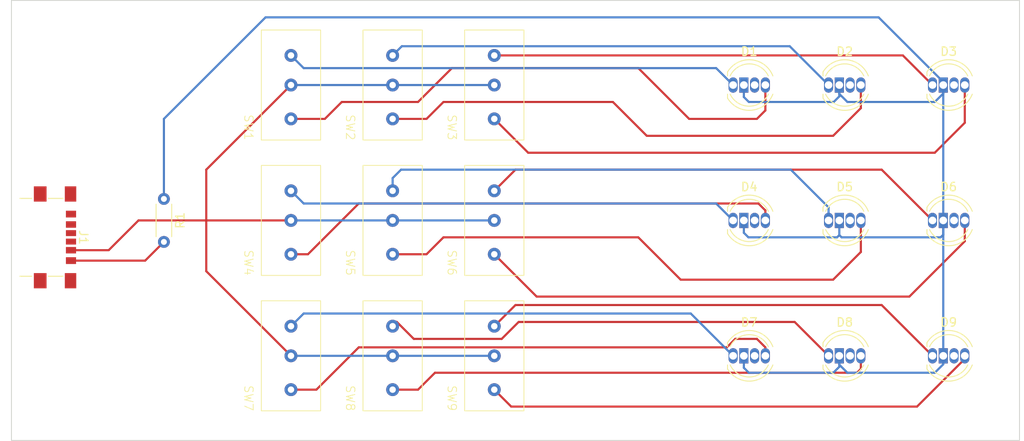
<source format=kicad_pcb>
(kicad_pcb (version 20221018) (generator pcbnew)
  (layers (0 "F.Cu" signal) (31 "B.Cu" signal) (34 "B.Paste" user) (35 "F.Paste" user) (36 "B.SilkS" user "B.Silkscreen") (37 "F.SilkS" user "F.Silkscreen") (38 "B.Mask" user) (39 "F.Mask" user) (44 "Edge.Cuts" user))
  (net 0 "")
  (net 1 "GNDREF")
  (net 3 "USB")
  (net 6 "Net-(D1-R)")
  (net 8 "Net-(D1-B)")
  (net 9 "Net-(D1-Pad4)")
  (net 10 "Net-(D2-R)")
  (net 12 "Net-(D2-B)")
  (net 13 "Net-(D3-R)")
  (net 15 "Net-(D3-B)")
  (net 16 "Net-(D4-R)")
  (net 18 "Net-(D4-B)")
  (net 19 "Net-(D5-R)")
  (net 21 "Net-(D5-B)")
  (net 22 "Net-(D6-R)")
  (net 24 "Net-(D6-B)")
  (net 25 "Net-(D7-R)")
  (net 27 "Net-(D7-B)")
  (net 28 "Net-(D8-R)")
  (net 30 "Net-(D8-B)")
  (net 31 "Net-(D9-R)")
  (net 33 "Net-(D9-B)")
  (footprint "Resistor_THT:R_Axial_DIN0204_L3.6mm_D1.6mm_P5.08mm_Horizontal" (layer "F.Cu") (at 71 79.46 -90)
    (fp_text reference "R1" (at 2.54 -1.92 90) (layer "F.SilkS"))
    (fp_text value "R")
    (fp_line (start 0.62 -0.92) (end 4.46 -0.92) (stroke (width 0.12)) (layer "F.SilkS"))
    (fp_line (start 0.62 0.92) (end 4.46 0.92) (stroke (width 0.12)) (layer "F.SilkS"))
    (pad "1" thru_hole circle (at 0 0 270) (size 1.4 1.4) (drill 0.7) (layers "*.Cu" "*.Mask") (net 9 "Net-(D1-Pad4)"))
    (pad "2" thru_hole oval (at 5.08 0 270) (size 1.4 1.4) (drill 0.7) (layers "*.Cu" "*.Mask") (net 1 "GNDREF"))
  )
  (footprint "0_custom:LED_4RGB_Kathode" (layer "F.Cu") (at 140.095 82)
    (fp_text reference "D4" (at 0 -3.96) (layer "F.SilkS"))
    (fp_text value "LED_4RGB_Kathode")
    (fp_line (start -2.56 -1.545) (end -2.56 -1.08) (stroke (width 0.12)) (layer "F.SilkS"))
    (fp_line (start -2.56 1.08) (end -2.56 1.545) (stroke (width 0.12)) (layer "F.SilkS"))
    (fp_arc (start -2.56 -1.54483) (mid 0.258456 -2.978809) (end 2.787815 -1.080827) (stroke (width 0.12)) (layer "F.SilkS"))
    (fp_arc (start -2.254684 -1.08) (mid -0.000238 -2.5) (end 2.254479 -1.080429) (stroke (width 0.12)) (layer "F.SilkS"))
    (fp_arc (start 2.254479 1.080429) (mid -0.000238 2.5) (end -2.254684 1.08) (stroke (width 0.12)) (layer "F.SilkS"))
    (fp_arc (start 2.787815 1.080827) (mid 0.258456 2.978808) (end -2.56 1.54483) (stroke (width 0.12)) (layer "F.SilkS"))
    (pad "1" thru_hole oval (at -1.905 0) (size 1.07 1.8) (drill 0.9) (layers "*.Cu" "*.Mask") (net 16 "Net-(D4-R)"))
    (pad "2" thru_hole oval (at 0.635 0) (size 1.07 1.8) (drill 0.9) (layers "*.Cu" "*.Mask"))
    (pad "3" thru_hole oval (at 1.905 0) (size 1.07 1.8) (drill 0.9) (layers "*.Cu" "*.Mask") (net 18 "Net-(D4-B)"))
    (pad "4" thru_hole rect (at -0.635 0) (size 1.07 1.8) (drill 0.9) (layers "*.Cu" "*.Mask") (net 9 "Net-(D1-Pad4)"))
  )
  (footprint "0_custom:Kippschalter_3P_3Pins" (layer "F.Cu") (at 86 98 -90)
    (fp_text reference "SW7" (at 5 5 -90 unlocked) (layer "F.SilkS") (effects (font (thickness 0.1))))
    (fp_text value "SW_SPDT" hide)
    (fp_rect (start -6.5 -3.5) (end 6.5 3.5) (stroke (width 0.1)) (fill none) (layer "F.SilkS"))
    (pad "1" thru_hole circle (at -3.5 0 270) (size 1.524 1.524) (drill 0.762) (layers "*.Cu" "*.Mask") (net 25 "Net-(D7-R)"))
    (pad "2" thru_hole circle (at 0 0 270) (size 1.524 1.524) (drill 0.762) (layers "*.Cu" "*.Mask") (net 3 "USB"))
    (pad "3" thru_hole circle (at 4 0 270) (size 1.524 1.524) (drill 0.762) (layers "*.Cu" "*.Mask") (net 27 "Net-(D7-B)"))
  )
  (footprint "0_custom:LED_4RGB_Kathode" (layer "F.Cu") (at 163.635 66)
    (fp_text reference "D3" (at 0 -3.96) (layer "F.SilkS"))
    (fp_text value "LED_4RGB_Kathode")
    (fp_line (start -2.56 -1.545) (end -2.56 -1.08) (stroke (width 0.12)) (layer "F.SilkS"))
    (fp_line (start -2.56 1.08) (end -2.56 1.545) (stroke (width 0.12)) (layer "F.SilkS"))
    (fp_arc (start -2.56 -1.54483) (mid 0.258456 -2.978809) (end 2.787815 -1.080827) (stroke (width 0.12)) (layer "F.SilkS"))
    (fp_arc (start -2.254684 -1.08) (mid -0.000238 -2.5) (end 2.254479 -1.080429) (stroke (width 0.12)) (layer "F.SilkS"))
    (fp_arc (start 2.254479 1.080429) (mid -0.000238 2.5) (end -2.254684 1.08) (stroke (width 0.12)) (layer "F.SilkS"))
    (fp_arc (start 2.787815 1.080827) (mid 0.258456 2.978808) (end -2.56 1.54483) (stroke (width 0.12)) (layer "F.SilkS"))
    (pad "1" thru_hole oval (at -1.905 0) (size 1.07 1.8) (drill 0.9) (layers "*.Cu" "*.Mask") (net 13 "Net-(D3-R)"))
    (pad "2" thru_hole oval (at 0.635 0) (size 1.07 1.8) (drill 0.9) (layers "*.Cu" "*.Mask"))
    (pad "3" thru_hole oval (at 1.905 0) (size 1.07 1.8) (drill 0.9) (layers "*.Cu" "*.Mask") (net 15 "Net-(D3-B)"))
    (pad "4" thru_hole rect (at -0.635 0) (size 1.07 1.8) (drill 0.9) (layers "*.Cu" "*.Mask") (net 9 "Net-(D1-Pad4)"))
  )
  (footprint "0_custom:Kippschalter_3P_3Pins" (layer "F.Cu") (at 98 98 -90)
    (fp_text reference "SW8" (at 5 5 -90 unlocked) (layer "F.SilkS") (effects (font (thickness 0.1))))
    (fp_text value "SW_SPDT" hide)
    (fp_rect (start -6.5 -3.5) (end 6.5 3.5) (stroke (width 0.1)) (fill none) (layer "F.SilkS"))
    (pad "1" thru_hole circle (at -3.5 0 270) (size 1.524 1.524) (drill 0.762) (layers "*.Cu" "*.Mask") (net 28 "Net-(D8-R)"))
    (pad "2" thru_hole circle (at 0 0 270) (size 1.524 1.524) (drill 0.762) (layers "*.Cu" "*.Mask") (net 3 "USB"))
    (pad "3" thru_hole circle (at 4 0 270) (size 1.524 1.524) (drill 0.762) (layers "*.Cu" "*.Mask") (net 30 "Net-(D8-B)"))
  )
  (footprint "0_custom:LED_4RGB_Kathode" (layer "F.Cu") (at 140.095 98)
    (fp_text reference "D7" (at 0 -3.96) (layer "F.SilkS"))
    (fp_text value "LED_4RGB_Kathode")
    (fp_line (start -2.56 -1.545) (end -2.56 -1.08) (stroke (width 0.12)) (layer "F.SilkS"))
    (fp_line (start -2.56 1.08) (end -2.56 1.545) (stroke (width 0.12)) (layer "F.SilkS"))
    (fp_arc (start -2.56 -1.54483) (mid 0.258456 -2.978809) (end 2.787815 -1.080827) (stroke (width 0.12)) (layer "F.SilkS"))
    (fp_arc (start -2.254684 -1.08) (mid -0.000238 -2.5) (end 2.254479 -1.080429) (stroke (width 0.12)) (layer "F.SilkS"))
    (fp_arc (start 2.254479 1.080429) (mid -0.000238 2.5) (end -2.254684 1.08) (stroke (width 0.12)) (layer "F.SilkS"))
    (fp_arc (start 2.787815 1.080827) (mid 0.258456 2.978808) (end -2.56 1.54483) (stroke (width 0.12)) (layer "F.SilkS"))
    (pad "1" thru_hole oval (at -1.905 0) (size 1.07 1.8) (drill 0.9) (layers "*.Cu" "*.Mask") (net 25 "Net-(D7-R)"))
    (pad "2" thru_hole oval (at 0.635 0) (size 1.07 1.8) (drill 0.9) (layers "*.Cu" "*.Mask"))
    (pad "3" thru_hole oval (at 1.905 0) (size 1.07 1.8) (drill 0.9) (layers "*.Cu" "*.Mask") (net 27 "Net-(D7-B)"))
    (pad "4" thru_hole rect (at -0.635 0) (size 1.07 1.8) (drill 0.9) (layers "*.Cu" "*.Mask") (net 9 "Net-(D1-Pad4)"))
  )
  (footprint "0_custom:Kippschalter_3P_3Pins" (layer "F.Cu") (at 110 82 -90)
    (fp_text reference "SW6" (at 5 5 -90 unlocked) (layer "F.SilkS") (effects (font (thickness 0.1))))
    (fp_text value "SW_SPDT" hide)
    (fp_rect (start -6.5 -3.5) (end 6.5 3.5) (stroke (width 0.1)) (fill none) (layer "F.SilkS"))
    (pad "1" thru_hole circle (at -3.5 0 270) (size 1.524 1.524) (drill 0.762) (layers "*.Cu" "*.Mask") (net 22 "Net-(D6-R)"))
    (pad "2" thru_hole circle (at 0 0 270) (size 1.524 1.524) (drill 0.762) (layers "*.Cu" "*.Mask") (net 3 "USB"))
    (pad "3" thru_hole circle (at 4 0 270) (size 1.524 1.524) (drill 0.762) (layers "*.Cu" "*.Mask") (net 24 "Net-(D6-B)"))
  )
  (footprint "0_custom:LED_4RGB_Kathode" (layer "F.Cu") (at 163.635 98)
    (fp_text reference "D9" (at 0 -3.96) (layer "F.SilkS"))
    (fp_text value "LED_4RGB_Kathode")
    (fp_line (start -2.56 -1.545) (end -2.56 -1.08) (stroke (width 0.12)) (layer "F.SilkS"))
    (fp_line (start -2.56 1.08) (end -2.56 1.545) (stroke (width 0.12)) (layer "F.SilkS"))
    (fp_arc (start -2.56 -1.54483) (mid 0.258456 -2.978809) (end 2.787815 -1.080827) (stroke (width 0.12)) (layer "F.SilkS"))
    (fp_arc (start -2.254684 -1.08) (mid -0.000238 -2.5) (end 2.254479 -1.080429) (stroke (width 0.12)) (layer "F.SilkS"))
    (fp_arc (start 2.254479 1.080429) (mid -0.000238 2.5) (end -2.254684 1.08) (stroke (width 0.12)) (layer "F.SilkS"))
    (fp_arc (start 2.787815 1.080827) (mid 0.258456 2.978808) (end -2.56 1.54483) (stroke (width 0.12)) (layer "F.SilkS"))
    (pad "1" thru_hole oval (at -1.905 0) (size 1.07 1.8) (drill 0.9) (layers "*.Cu" "*.Mask") (net 31 "Net-(D9-R)"))
    (pad "2" thru_hole oval (at 0.635 0) (size 1.07 1.8) (drill 0.9) (layers "*.Cu" "*.Mask"))
    (pad "3" thru_hole oval (at 1.905 0) (size 1.07 1.8) (drill 0.9) (layers "*.Cu" "*.Mask") (net 33 "Net-(D9-B)"))
    (pad "4" thru_hole rect (at -0.635 0) (size 1.07 1.8) (drill 0.9) (layers "*.Cu" "*.Mask") (net 9 "Net-(D1-Pad4)"))
  )
  (footprint "0_custom:LED_4RGB_Kathode" (layer "F.Cu") (at 163.635 82)
    (fp_text reference "D6" (at 0 -3.96) (layer "F.SilkS"))
    (fp_text value "LED_4RGB_Kathode")
    (fp_line (start -2.56 -1.545) (end -2.56 -1.08) (stroke (width 0.12)) (layer "F.SilkS"))
    (fp_line (start -2.56 1.08) (end -2.56 1.545) (stroke (width 0.12)) (layer "F.SilkS"))
    (fp_arc (start -2.56 -1.54483) (mid 0.258456 -2.978809) (end 2.787815 -1.080827) (stroke (width 0.12)) (layer "F.SilkS"))
    (fp_arc (start -2.254684 -1.08) (mid -0.000238 -2.5) (end 2.254479 -1.080429) (stroke (width 0.12)) (layer "F.SilkS"))
    (fp_arc (start 2.254479 1.080429) (mid -0.000238 2.5) (end -2.254684 1.08) (stroke (width 0.12)) (layer "F.SilkS"))
    (fp_arc (start 2.787815 1.080827) (mid 0.258456 2.978808) (end -2.56 1.54483) (stroke (width 0.12)) (layer "F.SilkS"))
    (pad "1" thru_hole oval (at -1.905 0) (size 1.07 1.8) (drill 0.9) (layers "*.Cu" "*.Mask") (net 22 "Net-(D6-R)"))
    (pad "2" thru_hole oval (at 0.635 0) (size 1.07 1.8) (drill 0.9) (layers "*.Cu" "*.Mask"))
    (pad "3" thru_hole oval (at 1.905 0) (size 1.07 1.8) (drill 0.9) (layers "*.Cu" "*.Mask") (net 24 "Net-(D6-B)"))
    (pad "4" thru_hole rect (at -0.635 0) (size 1.07 1.8) (drill 0.9) (layers "*.Cu" "*.Mask") (net 9 "Net-(D1-Pad4)"))
  )
  (footprint "0_custom:LED_4RGB_Kathode" (layer "F.Cu") (at 140.095 66)
    (fp_text reference "D1" (at 0 -3.96) (layer "F.SilkS"))
    (fp_text value "LED_4RGB_Kathode")
    (fp_line (start -2.56 -1.545) (end -2.56 -1.08) (stroke (width 0.12)) (layer "F.SilkS"))
    (fp_line (start -2.56 1.08) (end -2.56 1.545) (stroke (width 0.12)) (layer "F.SilkS"))
    (fp_arc (start -2.56 -1.54483) (mid 0.258456 -2.978809) (end 2.787815 -1.080827) (stroke (width 0.12)) (layer "F.SilkS"))
    (fp_arc (start -2.254684 -1.08) (mid -0.000238 -2.5) (end 2.254479 -1.080429) (stroke (width 0.12)) (layer "F.SilkS"))
    (fp_arc (start 2.254479 1.080429) (mid -0.000238 2.5) (end -2.254684 1.08) (stroke (width 0.12)) (layer "F.SilkS"))
    (fp_arc (start 2.787815 1.080827) (mid 0.258456 2.978808) (end -2.56 1.54483) (stroke (width 0.12)) (layer "F.SilkS"))
    (pad "1" thru_hole oval (at -1.905 0) (size 1.07 1.8) (drill 0.9) (layers "*.Cu" "*.Mask") (net 6 "Net-(D1-R)"))
    (pad "2" thru_hole oval (at 0.635 0) (size 1.07 1.8) (drill 0.9) (layers "*.Cu" "*.Mask"))
    (pad "3" thru_hole oval (at 1.905 0) (size 1.07 1.8) (drill 0.9) (layers "*.Cu" "*.Mask") (net 8 "Net-(D1-B)"))
    (pad "4" thru_hole rect (at -0.635 0) (size 1.07 1.8) (drill 0.9) (layers "*.Cu" "*.Mask") (net 9 "Net-(D1-Pad4)"))
  )
  (footprint "0_custom:Kippschalter_3P_3Pins" (layer "F.Cu") (at 110 66 -90)
    (fp_text reference "SW3" (at 5 5 -90 unlocked) (layer "F.SilkS") (effects (font (thickness 0.1))))
    (fp_text value "SW_SPDT" hide)
    (fp_rect (start -6.5 -3.5) (end 6.5 3.5) (stroke (width 0.1)) (fill none) (layer "F.SilkS"))
    (pad "1" thru_hole circle (at -3.5 0 270) (size 1.524 1.524) (drill 0.762) (layers "*.Cu" "*.Mask") (net 13 "Net-(D3-R)"))
    (pad "2" thru_hole circle (at 0 0 270) (size 1.524 1.524) (drill 0.762) (layers "*.Cu" "*.Mask") (net 3 "USB"))
    (pad "3" thru_hole circle (at 4 0 270) (size 1.524 1.524) (drill 0.762) (layers "*.Cu" "*.Mask") (net 15 "Net-(D3-B)"))
  )
  (footprint "0_custom:LED_4RGB_Kathode" (layer "F.Cu") (at 151.365 98)
    (fp_text reference "D8" (at 0 -3.96) (layer "F.SilkS"))
    (fp_text value "LED_4RGB_Kathode")
    (fp_line (start -2.56 -1.545) (end -2.56 -1.08) (stroke (width 0.12)) (layer "F.SilkS"))
    (fp_line (start -2.56 1.08) (end -2.56 1.545) (stroke (width 0.12)) (layer "F.SilkS"))
    (fp_arc (start -2.56 -1.54483) (mid 0.258456 -2.978809) (end 2.787815 -1.080827) (stroke (width 0.12)) (layer "F.SilkS"))
    (fp_arc (start -2.254684 -1.08) (mid -0.000238 -2.5) (end 2.254479 -1.080429) (stroke (width 0.12)) (layer "F.SilkS"))
    (fp_arc (start 2.254479 1.080429) (mid -0.000238 2.5) (end -2.254684 1.08) (stroke (width 0.12)) (layer "F.SilkS"))
    (fp_arc (start 2.787815 1.080827) (mid 0.258456 2.978808) (end -2.56 1.54483) (stroke (width 0.12)) (layer "F.SilkS"))
    (pad "1" thru_hole oval (at -1.905 0) (size 1.07 1.8) (drill 0.9) (layers "*.Cu" "*.Mask") (net 28 "Net-(D8-R)"))
    (pad "2" thru_hole oval (at 0.635 0) (size 1.07 1.8) (drill 0.9) (layers "*.Cu" "*.Mask"))
    (pad "3" thru_hole oval (at 1.905 0) (size 1.07 1.8) (drill 0.9) (layers "*.Cu" "*.Mask") (net 30 "Net-(D8-B)"))
    (pad "4" thru_hole rect (at -0.635 0) (size 1.07 1.8) (drill 0.9) (layers "*.Cu" "*.Mask") (net 9 "Net-(D1-Pad4)"))
  )
  (footprint "0_custom:Kippschalter_3P_3Pins" (layer "F.Cu") (at 98 82 -90)
    (fp_text reference "SW5" (at 5 5 -90 unlocked) (layer "F.SilkS") (effects (font (thickness 0.1))))
    (fp_text value "SW_SPDT" hide)
    (fp_rect (start -6.5 -3.5) (end 6.5 3.5) (stroke (width 0.1)) (fill none) (layer "F.SilkS"))
    (pad "1" thru_hole circle (at -3.5 0 270) (size 1.524 1.524) (drill 0.762) (layers "*.Cu" "*.Mask") (net 19 "Net-(D5-R)"))
    (pad "2" thru_hole circle (at 0 0 270) (size 1.524 1.524) (drill 0.762) (layers "*.Cu" "*.Mask") (net 3 "USB"))
    (pad "3" thru_hole circle (at 4 0 270) (size 1.524 1.524) (drill 0.762) (layers "*.Cu" "*.Mask") (net 21 "Net-(D5-B)"))
  )
  (footprint "0_custom:Kippschalter_3P_3Pins" (layer "F.Cu") (at 86 82 -90)
    (fp_text reference "SW4" (at 5 5 -90 unlocked) (layer "F.SilkS") (effects (font (thickness 0.1))))
    (fp_text value "SW_SPDT" hide)
    (fp_rect (start -6.5 -3.5) (end 6.5 3.5) (stroke (width 0.1)) (fill none) (layer "F.SilkS"))
    (pad "1" thru_hole circle (at -3.5 0 270) (size 1.524 1.524) (drill 0.762) (layers "*.Cu" "*.Mask") (net 16 "Net-(D4-R)"))
    (pad "2" thru_hole circle (at 0 0 270) (size 1.524 1.524) (drill 0.762) (layers "*.Cu" "*.Mask") (net 3 "USB"))
    (pad "3" thru_hole circle (at 4 0 270) (size 1.524 1.524) (drill 0.762) (layers "*.Cu" "*.Mask") (net 18 "Net-(D4-B)"))
  )
  (footprint "0_custom:USB_C_6P_PowerOnly" (layer "F.Cu") (at 57 84 -90)
    (fp_text reference "J1" (at 0 -4.5 -90 unlocked) (layer "F.SilkS"))
    (fp_text value "USB_C_Receptacle_PowerOnly_6P")
    (fp_line (start -4.6 -2.1025) (end -4.6 -0.3475) (stroke (width 0.12)) (layer "F.SilkS"))
    (fp_line (start -4.6 1.6) (end -4.6 3) (stroke (width 0.12)) (layer "F.SilkS"))
    (fp_line (start 4.6 -2.1025) (end 4.6 -0.3475) (stroke (width 0.12)) (layer "F.SilkS"))
    (fp_line (start 4.6 1.6) (end 4.6 3) (stroke (width 0.12)) (layer "F.SilkS"))
    (pad "A5" smd rect (at -0.5 -3.0325 270) (size 0.7 1.2) (layers "F.Cu" "F.Paste" "F.Mask"))
    (pad "A9" smd rect (at 1.52 -3.0325 90) (size 0.76 1.2) (layers "F.Cu" "F.Paste" "F.Mask") (net 3 "USB"))
    (pad "A12" smd rect (at 2.75 -3.0325 90) (size 0.8 1.2) (layers "F.Cu" "F.Paste" "F.Mask") (net 1 "GNDREF"))
    (pad "B5" smd rect (at 0.5 -3.0325 90) (size 0.7 1.2) (layers "F.Cu" "F.Paste" "F.Mask"))
    (pad "B9" smd rect (at -1.52 -3.0325 270) (size 0.76 1.2) (layers "F.Cu" "F.Paste" "F.Mask") (net 3 "USB"))
    (pad "B12" smd rect (at -2.75 -3.0325 270) (size 0.8 1.2) (layers "F.Cu" "F.Paste" "F.Mask") (net 1 "GNDREF"))
    (pad "S1" smd rect (at -5.125 -2.9775 270) (size 1.8 1.35) (layers "F.Cu" "F.Paste" "F.Mask"))
    (pad "S1" smd rect (at -5.125 0.6025 270) (size 1.8 1.5) (layers "F.Cu" "F.Paste" "F.Mask"))
    (pad "S1" smd rect (at 5.125 -2.9775 270) (size 1.8 1.35) (layers "F.Cu" "F.Paste" "F.Mask"))
    (pad "S1" smd rect (at 5.125 0.6025 270) (size 1.8 1.5) (layers "F.Cu" "F.Paste" "F.Mask"))
  )
  (footprint "0_custom:Kippschalter_3P_3Pins" (layer "F.Cu") (at 86 66 -90)
    (fp_text reference "SW1" (at 5 5 -90 unlocked) (layer "F.SilkS") (effects (font (thickness 0.1))))
    (fp_text value "SW_SPDT" hide)
    (fp_rect (start -6.5 -3.5) (end 6.5 3.5) (stroke (width 0.1)) (fill none) (layer "F.SilkS"))
    (pad "1" thru_hole circle (at -3.5 0 270) (size 1.524 1.524) (drill 0.762) (layers "*.Cu" "*.Mask") (net 6 "Net-(D1-R)"))
    (pad "2" thru_hole circle (at 0 0 270) (size 1.524 1.524) (drill 0.762) (layers "*.Cu" "*.Mask") (net 3 "USB"))
    (pad "3" thru_hole circle (at 4 0 270) (size 1.524 1.524) (drill 0.762) (layers "*.Cu" "*.Mask") (net 8 "Net-(D1-B)"))
  )
  (footprint "0_custom:LED_4RGB_Kathode" (layer "F.Cu") (at 151.365 66)
    (fp_text reference "D2" (at 0 -3.96) (layer "F.SilkS"))
    (fp_text value "LED_4RGB_Kathode")
    (fp_line (start -2.56 -1.545) (end -2.56 -1.08) (stroke (width 0.12)) (layer "F.SilkS"))
    (fp_line (start -2.56 1.08) (end -2.56 1.545) (stroke (width 0.12)) (layer "F.SilkS"))
    (fp_arc (start -2.56 -1.54483) (mid 0.258456 -2.978809) (end 2.787815 -1.080827) (stroke (width 0.12)) (layer "F.SilkS"))
    (fp_arc (start -2.254684 -1.08) (mid -0.000238 -2.5) (end 2.254479 -1.080429) (stroke (width 0.12)) (layer "F.SilkS"))
    (fp_arc (start 2.254479 1.080429) (mid -0.000238 2.5) (end -2.254684 1.08) (stroke (width 0.12)) (layer "F.SilkS"))
    (fp_arc (start 2.787815 1.080827) (mid 0.258456 2.978808) (end -2.56 1.54483) (stroke (width 0.12)) (layer "F.SilkS"))
    (pad "1" thru_hole oval (at -1.905 0) (size 1.07 1.8) (drill 0.9) (layers "*.Cu" "*.Mask") (net 10 "Net-(D2-R)"))
    (pad "2" thru_hole oval (at 0.635 0) (size 1.07 1.8) (drill 0.9) (layers "*.Cu" "*.Mask"))
    (pad "3" thru_hole oval (at 1.905 0) (size 1.07 1.8) (drill 0.9) (layers "*.Cu" "*.Mask") (net 12 "Net-(D2-B)"))
    (pad "4" thru_hole rect (at -0.635 0) (size 1.07 1.8) (drill 0.9) (layers "*.Cu" "*.Mask") (net 9 "Net-(D1-Pad4)"))
  )
  (footprint "0_custom:Kippschalter_3P_3Pins" (layer "F.Cu") (at 110 98 -90)
    (fp_text reference "SW9" (at 5 5 -90 unlocked) (layer "F.SilkS") (effects (font (thickness 0.1))))
    (fp_text value "SW_SPDT" hide)
    (fp_rect (start -6.5 -3.5) (end 6.5 3.5) (stroke (width 0.1)) (fill none) (layer "F.SilkS"))
    (pad "1" thru_hole circle (at -3.5 0 270) (size 1.524 1.524) (drill 0.762) (layers "*.Cu" "*.Mask") (net 31 "Net-(D9-R)"))
    (pad "2" thru_hole circle (at 0 0 270) (size 1.524 1.524) (drill 0.762) (layers "*.Cu" "*.Mask") (net 3 "USB"))
    (pad "3" thru_hole circle (at 4 0 270) (size 1.524 1.524) (drill 0.762) (layers "*.Cu" "*.Mask") (net 33 "Net-(D9-B)"))
  )
  (footprint "0_custom:LED_4RGB_Kathode" (layer "F.Cu") (at 151.365 82)
    (fp_text reference "D5" (at 0 -3.96) (layer "F.SilkS"))
    (fp_text value "LED_4RGB_Kathode")
    (fp_line (start -2.56 -1.545) (end -2.56 -1.08) (stroke (width 0.12)) (layer "F.SilkS"))
    (fp_line (start -2.56 1.08) (end -2.56 1.545) (stroke (width 0.12)) (layer "F.SilkS"))
    (fp_arc (start -2.56 -1.54483) (mid 0.258456 -2.978809) (end 2.787815 -1.080827) (stroke (width 0.12)) (layer "F.SilkS"))
    (fp_arc (start -2.254684 -1.08) (mid -0.000238 -2.5) (end 2.254479 -1.080429) (stroke (width 0.12)) (layer "F.SilkS"))
    (fp_arc (start 2.254479 1.080429) (mid -0.000238 2.5) (end -2.254684 1.08) (stroke (width 0.12)) (layer "F.SilkS"))
    (fp_arc (start 2.787815 1.080827) (mid 0.258456 2.978808) (end -2.56 1.54483) (stroke (width 0.12)) (layer "F.SilkS"))
    (pad "1" thru_hole oval (at -1.905 0) (size 1.07 1.8) (drill 0.9) (layers "*.Cu" "*.Mask") (net 19 "Net-(D5-R)"))
    (pad "2" thru_hole oval (at 0.635 0) (size 1.07 1.8) (drill 0.9) (layers "*.Cu" "*.Mask"))
    (pad "3" thru_hole oval (at 1.905 0) (size 1.07 1.8) (drill 0.9) (layers "*.Cu" "*.Mask") (net 21 "Net-(D5-B)"))
    (pad "4" thru_hole rect (at -0.635 0) (size 1.07 1.8) (drill 0.9) (layers "*.Cu" "*.Mask") (net 9 "Net-(D1-Pad4)"))
  )
  (footprint "0_custom:Kippschalter_3P_3Pins" (layer "F.Cu") (at 98 66 -90)
    (fp_text reference "SW2" (at 5 5 -90 unlocked) (layer "F.SilkS") (effects (font (thickness 0.1))))
    (fp_text value "SW_SPDT" hide)
    (fp_rect (start -6.5 -3.5) (end 6.5 3.5) (stroke (width 0.1)) (fill none) (layer "F.SilkS"))
    (pad "1" thru_hole circle (at -3.5 0 270) (size 1.524 1.524) (drill 0.762) (layers "*.Cu" "*.Mask") (net 10 "Net-(D2-R)"))
    (pad "2" thru_hole circle (at 0 0 270) (size 1.524 1.524) (drill 0.762) (layers "*.Cu" "*.Mask") (net 3 "USB"))
    (pad "3" thru_hole circle (at 4 0 270) (size 1.524 1.524) (drill 0.762) (layers "*.Cu" "*.Mask") (net 12 "Net-(D2-B)"))
  )
  (gr_rect (start 53 56) (end 172 108) (stroke (width 0.1)) (fill none) (layer "Edge.Cuts"))
  (segment (start 71 84.54) (end 68.79 86.75) (width 0.25) (layer "F.Cu") (net 1))
  (segment (start 68.79 86.75) (end 60.0325 86.75) (width 0.25) (layer "F.Cu") (net 1))
  (segment (start 76 88) (end 76 82) (width 0.25) (layer "F.Cu") (net 3))
  (segment (start 64.48 85.52) (end 60.0325 85.52) (width 0.25) (layer "F.Cu") (net 3))
  (segment (start 86 98) (end 76 88) (width 0.25) (layer "F.Cu") (net 3))
  (segment (start 76 82) (end 68 82) (width 0.25) (layer "F.Cu") (net 3))
  (segment (start 86 66) (end 76 76) (width 0.25) (layer "F.Cu") (net 3))
  (segment (start 76 76) (end 76 82) (width 0.25) (layer "F.Cu") (net 3))
  (segment (start 86 82) (end 76 82) (width 0.25) (layer "F.Cu") (net 3))
  (segment (start 68 82) (end 64.48 85.52) (width 0.25) (layer "F.Cu") (net 3))
  (segment (start 86 82) (end 98 82) (width 0.25) (layer "B.Cu") (net 3))
  (segment (start 110 98) (end 98 98) (width 0.25) (layer "B.Cu") (net 3))
  (segment (start 86 66) (end 98 66) (width 0.25) (layer "B.Cu") (net 3))
  (segment (start 110 82) (end 98 82) (width 0.25) (layer "B.Cu") (net 3))
  (segment (start 110 66) (end 98 66) (width 0.25) (layer "B.Cu") (net 3))
  (segment (start 86 98) (end 98 98) (width 0.25) (layer "B.Cu") (net 3))
  (segment (start 87.5 64) (end 136.19 64) (width 0.25) (layer "B.Cu") (net 6))
  (segment (start 86 62.5) (end 87.5 64) (width 0.25) (layer "B.Cu") (net 6))
  (segment (start 136.19 64) (end 138.19 66) (width 0.25) (layer "B.Cu") (net 6))
  (segment (start 133 70) (end 141 70) (width 0.25) (layer "F.Cu") (net 8))
  (segment (start 141 70) (end 142 69) (width 0.25) (layer "F.Cu") (net 8))
  (segment (start 101 68) (end 105 64) (width 0.25) (layer "F.Cu") (net 8))
  (segment (start 92 68) (end 101 68) (width 0.25) (layer "F.Cu") (net 8))
  (segment (start 127 64) (end 133 70) (width 0.25) (layer "F.Cu") (net 8))
  (segment (start 90 70) (end 92 68) (width 0.25) (layer "F.Cu") (net 8))
  (segment (start 105 64) (end 127 64) (width 0.25) (layer "F.Cu") (net 8))
  (segment (start 86 70) (end 90 70) (width 0.25) (layer "F.Cu") (net 8))
  (segment (start 142 69) (end 142 66) (width 0.25) (layer "F.Cu") (net 8))
  (segment (start 139.46 83.46) (end 140 84) (width 0.25) (layer "B.Cu") (net 9))
  (segment (start 139.46 99.4125) (end 140.0475 100) (width 0.25) (layer "B.Cu") (net 9))
  (segment (start 139.46 66) (end 139.46 67.4125) (width 0.25) (layer "B.Cu") (net 9))
  (segment (start 150.73 66) (end 150.73 67.0475) (width 0.25) (layer "B.Cu") (net 9))
  (segment (start 163 99) (end 163 98) (width 0.25) (layer "B.Cu") (net 9))
  (segment (start 150.73 99.0475) (end 151.6825 100) (width 0.25) (layer "B.Cu") (net 9))
  (segment (start 150.73 98) (end 150.73 99.0475) (width 0.25) (layer "B.Cu") (net 9))
  (segment (start 155.365 58) (end 83 58) (width 0.25) (layer "B.Cu") (net 9))
  (segment (start 150.73 67.34) (end 150.73 66) (width 0.25) (layer "B.Cu") (net 9))
  (segment (start 140.0475 68) (end 150.07 68) (width 0.25) (layer "B.Cu") (net 9))
  (segment (start 139.46 98) (end 139.46 99.4125) (width 0.25) (layer "B.Cu") (net 9))
  (segment (start 163 67) (end 163 66) (width 0.25) (layer "B.Cu") (net 9))
  (segment (start 150.020612 100) (end 150.73 99.290612) (width 0.25) (layer "B.Cu") (net 9))
  (segment (start 83 58) (end 71 70) (width 0.25) (layer "B.Cu") (net 9))
  (segment (start 163 65.635) (end 155.365 58) (width 0.25) (layer "B.Cu") (net 9))
  (segment (start 162.6825 84) (end 163 83.6825) (width 0.25) (layer "B.Cu") (net 9))
  (segment (start 150.73 99.290612) (end 150.73 98) (width 0.25) (layer "B.Cu") (net 9))
  (segment (start 150.73 82) (end 150.73 83.73) (width 0.25) (layer "B.Cu") (net 9))
  (segment (start 140 84) (end 150.46 84) (width 0.25) (layer "B.Cu") (net 9))
  (segment (start 163 83.6825) (end 163 82) (width 0.25) (layer "B.Cu") (net 9))
  (segment (start 162 100) (end 163 99) (width 0.25) (layer "B.Cu") (net 9))
  (segment (start 140.0475 100) (end 150.020612 100) (width 0.25) (layer "B.Cu") (net 9))
  (segment (start 150.73 67.0475) (end 151.6825 68) (width 0.25) (layer "B.Cu") (net 9))
  (segment (start 151.6825 100) (end 162 100) (width 0.25) (layer "B.Cu") (net 9))
  (segment (start 139.46 67.4125) (end 140.0475 68) (width 0.25) (layer "B.Cu") (net 9))
  (segment (start 163 66) (end 163 65.635) (width 0.25) (layer "B.Cu") (net 9))
  (segment (start 150.07 68) (end 150.73 67.34) (width 0.25) (layer "B.Cu") (net 9))
  (segment (start 71 70) (end 71 79.46) (width 0.25) (layer "B.Cu") (net 9))
  (segment (start 150.73 83.73) (end 151 84) (width 0.25) (layer "B.Cu") (net 9))
  (segment (start 150.46 84) (end 150.73 83.73) (width 0.25) (layer "B.Cu") (net 9))
  (segment (start 163 66) (end 163 82) (width 0.25) (layer "B.Cu") (net 9))
  (segment (start 162 68) (end 163 67) (width 0.25) (layer "B.Cu") (net 9))
  (segment (start 151.6825 68) (end 162 68) (width 0.25) (layer "B.Cu") (net 9))
  (segment (start 151 84) (end 162.6825 84) (width 0.25) (layer "B.Cu") (net 9))
  (segment (start 139.46 82) (end 139.46 83.46) (width 0.25) (layer "B.Cu") (net 9))
  (segment (start 163 98) (end 163 82) (width 0.25) (layer "B.Cu") (net 9))
  (segment (start 144.873 61.413) (end 149.46 66) (width 0.25) (layer "B.Cu") (net 10))
  (segment (start 99.087 61.413) (end 144.873 61.413) (width 0.25) (layer "B.Cu") (net 10))
  (segment (start 98 62.5) (end 99.087 61.413) (width 0.25) (layer "B.Cu") (net 10))
  (segment (start 98 70) (end 102 70) (width 0.25) (layer "F.Cu") (net 12))
  (segment (start 104 68) (end 124 68) (width 0.25) (layer "F.Cu") (net 12))
  (segment (start 102 70) (end 104 68) (width 0.25) (layer "F.Cu") (net 12))
  (segment (start 124 68) (end 128 72) (width 0.25) (layer "F.Cu") (net 12))
  (segment (start 128 72) (end 150 72) (width 0.25) (layer "F.Cu") (net 12))
  (segment (start 153.27 68.73) (end 153.27 66) (width 0.25) (layer "F.Cu") (net 12))
  (segment (start 150 72) (end 153.27 68.73) (width 0.25) (layer "F.Cu") (net 12))
  (segment (start 158.23 62.5) (end 161.73 66) (width 0.25) (layer "F.Cu") (net 13))
  (segment (start 110 62.5) (end 158.23 62.5) (width 0.25) (layer "F.Cu") (net 13))
  (segment (start 114 74) (end 162 74) (width 0.25) (layer "F.Cu") (net 15))
  (segment (start 165.54 70.46) (end 165.54 66) (width 0.25) (layer "F.Cu") (net 15))
  (segment (start 162 74) (end 165.54 70.46) (width 0.25) (layer "F.Cu") (net 15))
  (segment (start 110 70) (end 114 74) (width 0.25) (layer "F.Cu") (net 15))
  (segment (start 87.5 80) (end 136.19 80) (width 0.25) (layer "B.Cu") (net 16))
  (segment (start 136.19 80) (end 138.19 82) (width 0.25) (layer "B.Cu") (net 16))
  (segment (start 86 78.5) (end 87.5 80) (width 0.25) (layer "B.Cu") (net 16))
  (segment (start 94 80) (end 141.1825 80) (width 0.25) (layer "F.Cu") (net 18))
  (segment (start 88 86) (end 94 80) (width 0.25) (layer "F.Cu") (net 18))
  (segment (start 142 80.8175) (end 142 82) (width 0.25) (layer "F.Cu") (net 18))
  (segment (start 141.1825 80) (end 142 80.8175) (width 0.25) (layer "F.Cu") (net 18))
  (segment (start 86 86) (end 88 86) (width 0.25) (layer "F.Cu") (net 18))
  (segment (start 99 76) (end 145 76) (width 0.25) (layer "B.Cu") (net 19))
  (segment (start 98 78.5) (end 98 77) (width 0.25) (layer "B.Cu") (net 19))
  (segment (start 98 77) (end 99 76) (width 0.25) (layer "B.Cu") (net 19))
  (segment (start 145 76) (end 149.46 80.46) (width 0.25) (layer "B.Cu") (net 19))
  (segment (start 149.46 80.46) (end 149.46 82) (width 0.25) (layer "B.Cu") (net 19))
  (segment (start 153.27 85.73) (end 153.27 82) (width 0.25) (layer "F.Cu") (net 21))
  (segment (start 132 89) (end 150 89) (width 0.25) (layer "F.Cu") (net 21))
  (segment (start 127 84) (end 132 89) (width 0.25) (layer "F.Cu") (net 21))
  (segment (start 102 86) (end 104 84) (width 0.25) (layer "F.Cu") (net 21))
  (segment (start 98 86) (end 102 86) (width 0.25) (layer "F.Cu") (net 21))
  (segment (start 104 84) (end 127 84) (width 0.25) (layer "F.Cu") (net 21))
  (segment (start 150 89) (end 153.27 85.73) (width 0.25) (layer "F.Cu") (net 21))
  (segment (start 110 78.5) (end 112.5 76) (width 0.25) (layer "F.Cu") (net 22))
  (segment (start 112.5 76) (end 155.73 76) (width 0.25) (layer "F.Cu") (net 22))
  (segment (start 155.73 76) (end 161.73 82) (width 0.25) (layer "F.Cu") (net 22))
  (segment (start 110 86) (end 115 91) (width 0.25) (layer "F.Cu") (net 24))
  (segment (start 115 91) (end 159 91) (width 0.25) (layer "F.Cu") (net 24))
  (segment (start 159 91) (end 165.54 84.46) (width 0.25) (layer "F.Cu") (net 24))
  (segment (start 165.54 84.46) (end 165.54 82) (width 0.25) (layer "F.Cu") (net 24))
  (segment (start 133.19 93) (end 138.19 98) (width 0.25) (layer "B.Cu") (net 25))
  (segment (start 87.5 93) (end 133.19 93) (width 0.25) (layer "B.Cu") (net 25))
  (segment (start 86 94.5) (end 87.5 93) (width 0.25) (layer "B.Cu") (net 25))
  (segment (start 86 102) (end 89 102) (width 0.25) (layer "F.Cu") (net 27))
  (segment (start 138.44581 96) (end 141 96) (width 0.25) (layer "F.Cu") (net 27))
  (segment (start 137.44581 97) (end 138.44581 96) (width 0.25) (layer "F.Cu") (net 27))
  (segment (start 94 97) (end 137.44581 97) (width 0.25) (layer "F.Cu") (net 27))
  (segment (start 141 96) (end 142 97) (width 0.25) (layer "F.Cu") (net 27))
  (segment (start 142 97) (end 142 98) (width 0.25) (layer "F.Cu") (net 27))
  (segment (start 89 102) (end 94 97) (width 0.25) (layer "F.Cu") (net 27))
  (segment (start 145.46 94) (end 149.46 98) (width 0.25) (layer "F.Cu") (net 28))
  (segment (start 98 94.5) (end 98.5 94) (width 0.25) (layer "F.Cu") (net 28))
  (segment (start 112.877204 94) (end 145.46 94) (width 0.25) (layer "F.Cu") (net 28))
  (segment (start 110.877204 96) (end 112.877204 94) (width 0.25) (layer "F.Cu") (net 28))
  (segment (start 98.5 94) (end 100.5 96) (width 0.25) (layer "F.Cu") (net 28))
  (segment (start 100.5 96) (end 110.877204 96) (width 0.25) (layer "F.Cu") (net 28))
  (segment (start 153.27 99.5475) (end 153.27 98) (width 0.25) (layer "F.Cu") (net 30))
  (segment (start 152.8175 100) (end 153.27 99.5475) (width 0.25) (layer "F.Cu") (net 30))
  (segment (start 98 102) (end 101 102) (width 0.25) (layer "F.Cu") (net 30))
  (segment (start 101 102) (end 103 100) (width 0.25) (layer "F.Cu") (net 30))
  (segment (start 103 100) (end 152.8175 100) (width 0.25) (layer "F.Cu") (net 30))
  (segment (start 112.5 92) (end 155.73 92) (width 0.25) (layer "F.Cu") (net 31))
  (segment (start 110 94.5) (end 112.5 92) (width 0.25) (layer "F.Cu") (net 31))
  (segment (start 155.73 92) (end 161.73 98) (width 0.25) (layer "F.Cu") (net 31))
  (segment (start 110 102) (end 112 104) (width 0.25) (layer "F.Cu") (net 33))
  (segment (start 112 104) (end 159.905 104) (width 0.25) (layer "F.Cu") (net 33))
  (segment (start 165.54 98.365) (end 165.54 98) (width 0.25) (layer "F.Cu") (net 33))
  (segment (start 159.905 104) (end 165.54 98.365) (width 0.25) (layer "F.Cu") (net 33))
)
</source>
